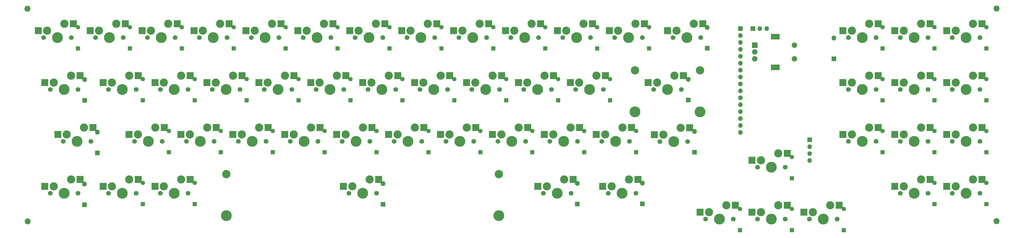
<source format=gbr>
G04 #@! TF.GenerationSoftware,KiCad,Pcbnew,7.0.1*
G04 #@! TF.CreationDate,2023-04-13T21:45:04-07:00*
G04 #@! TF.ProjectId,trashtruck.b,74726173-6874-4727-9563-6b2e622e6b69,rev?*
G04 #@! TF.SameCoordinates,Original*
G04 #@! TF.FileFunction,Soldermask,Bot*
G04 #@! TF.FilePolarity,Negative*
%FSLAX46Y46*%
G04 Gerber Fmt 4.6, Leading zero omitted, Abs format (unit mm)*
G04 Created by KiCad (PCBNEW 7.0.1) date 2023-04-13 21:45:04*
%MOMM*%
%LPD*%
G01*
G04 APERTURE LIST*
%ADD10C,1.750000*%
%ADD11C,3.000000*%
%ADD12C,3.987800*%
%ADD13R,2.550000X2.500000*%
%ADD14R,1.600000X1.600000*%
%ADD15C,1.600000*%
%ADD16R,1.800000X1.800000*%
%ADD17O,1.800000X1.800000*%
%ADD18R,1.700000X1.700000*%
%ADD19O,1.700000X1.700000*%
%ADD20C,2.200000*%
%ADD21C,3.048000*%
%ADD22R,2.000000X2.000000*%
%ADD23C,2.000000*%
%ADD24R,3.200000X2.000000*%
G04 APERTURE END LIST*
D10*
X286235000Y-199140000D03*
D11*
X287505000Y-196600000D03*
D12*
X291315000Y-199140000D03*
D11*
X293855000Y-194060000D03*
D10*
X296395000Y-199140000D03*
D13*
X284230000Y-196600000D03*
D14*
X298815000Y-203170000D03*
D13*
X297157000Y-194060000D03*
D15*
X298815000Y-195370000D03*
D16*
X144020000Y-241520000D03*
D17*
X144020000Y-233900000D03*
D16*
X148780000Y-222410000D03*
D17*
X148780000Y-214790000D03*
D10*
X305285000Y-199140000D03*
D11*
X306555000Y-196600000D03*
D12*
X310365000Y-199140000D03*
D11*
X312905000Y-194060000D03*
D10*
X315445000Y-199140000D03*
D13*
X303280000Y-196600000D03*
D14*
X317865000Y-203170000D03*
D13*
X316207000Y-194060000D03*
D15*
X317865000Y-195370000D03*
D18*
X410150000Y-217610000D03*
D19*
X410150000Y-220150000D03*
X410150000Y-222690000D03*
X410150000Y-225230000D03*
D10*
X443397500Y-180090000D03*
D11*
X444667500Y-177550000D03*
D12*
X448477500Y-180090000D03*
D11*
X451017500Y-175010000D03*
D10*
X453557500Y-180090000D03*
D13*
X441392500Y-177550000D03*
D14*
X455977500Y-184120000D03*
D13*
X454319500Y-175010000D03*
D15*
X455977500Y-176320000D03*
D18*
X389350000Y-176830000D03*
D19*
X391890000Y-176830000D03*
X394430000Y-176830000D03*
D10*
X424347500Y-218190000D03*
D11*
X425617500Y-215650000D03*
D12*
X429427500Y-218190000D03*
D11*
X431967500Y-213110000D03*
D10*
X434507500Y-218190000D03*
D13*
X422342500Y-215650000D03*
D14*
X436927500Y-222220000D03*
D13*
X435269500Y-213110000D03*
D15*
X436927500Y-214420000D03*
D10*
X148122500Y-180090000D03*
D11*
X149392500Y-177550000D03*
D12*
X153202500Y-180090000D03*
D11*
X155742500Y-175010000D03*
D10*
X158282500Y-180090000D03*
D13*
X146117500Y-177550000D03*
D14*
X160702500Y-184120000D03*
D13*
X159044500Y-175010000D03*
D15*
X160702500Y-176320000D03*
D18*
X384740000Y-176760000D03*
D19*
X384740000Y-179300000D03*
X384740000Y-181840000D03*
X384740000Y-184380000D03*
X384740000Y-186920000D03*
X384740000Y-189460000D03*
X384740000Y-192000000D03*
X384740000Y-194540000D03*
X384740000Y-197080000D03*
X384740000Y-199620000D03*
X384740000Y-202160000D03*
X384740000Y-204700000D03*
X384740000Y-207240000D03*
X384740000Y-209780000D03*
X384740000Y-212320000D03*
X384740000Y-214860000D03*
D10*
X167172500Y-180090000D03*
D11*
X168442500Y-177550000D03*
D12*
X172252500Y-180090000D03*
D11*
X174792500Y-175010000D03*
D10*
X177332500Y-180090000D03*
D13*
X165167500Y-177550000D03*
D14*
X179752500Y-184120000D03*
D13*
X178094500Y-175010000D03*
D15*
X179752500Y-176320000D03*
D16*
X348730000Y-241160000D03*
D17*
X348730000Y-233540000D03*
D10*
X136270000Y-218200000D03*
D11*
X137540000Y-215660000D03*
D12*
X141350000Y-218200000D03*
D11*
X143890000Y-213120000D03*
D10*
X146430000Y-218200000D03*
D13*
X134265000Y-215660000D03*
X147192000Y-213120000D03*
D10*
X152885000Y-237240000D03*
D11*
X154155000Y-234700000D03*
D12*
X157965000Y-237240000D03*
D11*
X160505000Y-232160000D03*
D10*
X163045000Y-237240000D03*
D13*
X150880000Y-234700000D03*
D14*
X165465000Y-241270000D03*
D13*
X163807000Y-232160000D03*
D15*
X165465000Y-233470000D03*
D10*
X171935000Y-199140000D03*
D11*
X173205000Y-196600000D03*
D12*
X177015000Y-199140000D03*
D11*
X179555000Y-194060000D03*
D10*
X182095000Y-199140000D03*
D13*
X169930000Y-196600000D03*
D14*
X184515000Y-203170000D03*
D13*
X182857000Y-194060000D03*
D15*
X184515000Y-195370000D03*
D10*
X462447500Y-237240000D03*
D11*
X463717500Y-234700000D03*
D12*
X467527500Y-237240000D03*
D11*
X470067500Y-232160000D03*
D10*
X472607500Y-237240000D03*
D13*
X460442500Y-234700000D03*
D14*
X475027500Y-241270000D03*
D13*
X473369500Y-232160000D03*
D15*
X475027500Y-233470000D03*
D10*
X462447500Y-199140000D03*
D11*
X463717500Y-196600000D03*
D12*
X467527500Y-199140000D03*
D11*
X470067500Y-194060000D03*
D10*
X472607500Y-199140000D03*
D13*
X460442500Y-196600000D03*
D14*
X475027500Y-203170000D03*
D13*
X473369500Y-194060000D03*
D15*
X475027500Y-195370000D03*
D10*
X360030000Y-180060000D03*
D11*
X361300000Y-177520000D03*
D12*
X365110000Y-180060000D03*
D11*
X367650000Y-174980000D03*
D10*
X370190000Y-180060000D03*
D13*
X358025000Y-177520000D03*
X370952000Y-174980000D03*
D10*
X224322500Y-180090000D03*
D11*
X225592500Y-177550000D03*
D12*
X229402500Y-180090000D03*
D11*
X231942500Y-175010000D03*
D10*
X234482500Y-180090000D03*
D13*
X222317500Y-177550000D03*
D14*
X236902500Y-184120000D03*
D13*
X235244500Y-175010000D03*
D15*
X236902500Y-176320000D03*
D10*
X410060000Y-246765000D03*
D11*
X411330000Y-244225000D03*
D12*
X415140000Y-246765000D03*
D11*
X417680000Y-241685000D03*
D10*
X420220000Y-246765000D03*
D13*
X408055000Y-244225000D03*
D14*
X422640000Y-250795000D03*
D13*
X420982000Y-241685000D03*
D15*
X422640000Y-242995000D03*
D10*
X171935000Y-237240000D03*
D11*
X173205000Y-234700000D03*
D12*
X177015000Y-237240000D03*
D11*
X179555000Y-232160000D03*
D10*
X182095000Y-237240000D03*
D13*
X169930000Y-234700000D03*
D14*
X184515000Y-241270000D03*
D13*
X182857000Y-232160000D03*
D15*
X184515000Y-233470000D03*
D10*
X338622500Y-180090000D03*
D11*
X339892500Y-177550000D03*
D12*
X343702500Y-180090000D03*
D11*
X346242500Y-175010000D03*
D10*
X348782500Y-180090000D03*
D13*
X336617500Y-177550000D03*
D14*
X351202500Y-184120000D03*
D13*
X349544500Y-175010000D03*
D15*
X351202500Y-176320000D03*
D20*
X478770000Y-247480000D03*
D10*
X257660000Y-218190000D03*
D11*
X258930000Y-215650000D03*
D12*
X262740000Y-218190000D03*
D11*
X265280000Y-213110000D03*
D10*
X267820000Y-218190000D03*
D13*
X255655000Y-215650000D03*
D14*
X270240000Y-222220000D03*
D13*
X268582000Y-213110000D03*
D15*
X270240000Y-214420000D03*
D10*
X355210000Y-218250000D03*
D11*
X356480000Y-215710000D03*
D12*
X360290000Y-218250000D03*
D11*
X362830000Y-213170000D03*
D10*
X365370000Y-218250000D03*
D13*
X353205000Y-215710000D03*
X366132000Y-213170000D03*
D10*
X281472500Y-180090000D03*
D11*
X282742500Y-177550000D03*
D12*
X286552500Y-180090000D03*
D11*
X289092500Y-175010000D03*
D10*
X291632500Y-180090000D03*
D13*
X279467500Y-177550000D03*
D14*
X294052500Y-184120000D03*
D13*
X292394500Y-175010000D03*
D15*
X294052500Y-176320000D03*
D10*
X131507500Y-199150000D03*
D11*
X132777500Y-196610000D03*
D12*
X136587500Y-199150000D03*
D11*
X139127500Y-194070000D03*
D10*
X141667500Y-199150000D03*
D13*
X129502500Y-196610000D03*
X142429500Y-194070000D03*
D10*
X324335000Y-199140000D03*
D11*
X325605000Y-196600000D03*
D12*
X329415000Y-199140000D03*
D11*
X331955000Y-194060000D03*
D10*
X334495000Y-199140000D03*
D13*
X322330000Y-196600000D03*
D14*
X336915000Y-203170000D03*
D13*
X335257000Y-194060000D03*
D15*
X336915000Y-195370000D03*
D10*
X391010000Y-227715000D03*
D11*
X392280000Y-225175000D03*
D12*
X396090000Y-227715000D03*
D11*
X398630000Y-222635000D03*
D10*
X401170000Y-227715000D03*
D13*
X389005000Y-225175000D03*
D14*
X403590000Y-231745000D03*
D13*
X401932000Y-222635000D03*
D15*
X403590000Y-223945000D03*
D21*
X196125100Y-230265000D03*
D12*
X196125100Y-245505000D03*
D10*
X241045000Y-237250000D03*
D11*
X242315000Y-234710000D03*
D12*
X246125000Y-237250000D03*
D11*
X248665000Y-232170000D03*
D10*
X251205000Y-237250000D03*
D21*
X296124900Y-230265000D03*
D12*
X296124900Y-245505000D03*
D13*
X239040000Y-234710000D03*
X251967000Y-232170000D03*
D20*
X123180000Y-247610000D03*
D10*
X333860000Y-218190000D03*
D11*
X335130000Y-215650000D03*
D12*
X338940000Y-218190000D03*
D11*
X341480000Y-213110000D03*
D10*
X344020000Y-218190000D03*
D13*
X331855000Y-215650000D03*
D14*
X346440000Y-222220000D03*
D13*
X344782000Y-213110000D03*
D15*
X346440000Y-214420000D03*
D10*
X210035000Y-199140000D03*
D11*
X211305000Y-196600000D03*
D12*
X215115000Y-199140000D03*
D11*
X217655000Y-194060000D03*
D10*
X220195000Y-199140000D03*
D13*
X208030000Y-196600000D03*
D14*
X222615000Y-203170000D03*
D13*
X220957000Y-194060000D03*
D15*
X222615000Y-195370000D03*
D21*
X346028250Y-192125000D03*
D12*
X346028250Y-207365000D03*
D10*
X352886250Y-199110000D03*
D11*
X354156250Y-196570000D03*
D12*
X357966250Y-199110000D03*
D11*
X360506250Y-194030000D03*
D10*
X363046250Y-199110000D03*
D21*
X369904250Y-192125000D03*
D12*
X369904250Y-207365000D03*
D13*
X350881250Y-196570000D03*
X363808250Y-194030000D03*
D16*
X324930000Y-241200000D03*
D17*
X324930000Y-233580000D03*
D10*
X424347500Y-180090000D03*
D11*
X425617500Y-177550000D03*
D12*
X429427500Y-180090000D03*
D11*
X431967500Y-175010000D03*
D10*
X434507500Y-180090000D03*
D13*
X422342500Y-177550000D03*
D14*
X436927500Y-184120000D03*
D13*
X435269500Y-175010000D03*
D15*
X436927500Y-176320000D03*
D10*
X443397500Y-218190000D03*
D11*
X444667500Y-215650000D03*
D12*
X448477500Y-218190000D03*
D11*
X451017500Y-213110000D03*
D10*
X453557500Y-218190000D03*
D13*
X441392500Y-215650000D03*
D14*
X455977500Y-222220000D03*
D13*
X454319500Y-213110000D03*
D15*
X455977500Y-214420000D03*
D10*
X295760000Y-218190000D03*
D11*
X297030000Y-215650000D03*
D12*
X300840000Y-218190000D03*
D11*
X303380000Y-213110000D03*
D10*
X305920000Y-218190000D03*
D13*
X293755000Y-215650000D03*
D14*
X308340000Y-222220000D03*
D13*
X306682000Y-213110000D03*
D15*
X308340000Y-214420000D03*
D10*
X267185000Y-199140000D03*
D11*
X268455000Y-196600000D03*
D12*
X272265000Y-199140000D03*
D11*
X274805000Y-194060000D03*
D10*
X277345000Y-199140000D03*
D13*
X265180000Y-196600000D03*
D14*
X279765000Y-203170000D03*
D13*
X278107000Y-194060000D03*
D15*
X279765000Y-195370000D03*
D10*
X181460000Y-218190000D03*
D11*
X182730000Y-215650000D03*
D12*
X186540000Y-218190000D03*
D11*
X189080000Y-213110000D03*
D10*
X191620000Y-218190000D03*
D13*
X179455000Y-215650000D03*
D14*
X194040000Y-222220000D03*
D13*
X192382000Y-213110000D03*
D15*
X194040000Y-214420000D03*
D10*
X219560000Y-218190000D03*
D11*
X220830000Y-215650000D03*
D12*
X224640000Y-218190000D03*
D11*
X227180000Y-213110000D03*
D10*
X229720000Y-218190000D03*
D13*
X217555000Y-215650000D03*
D14*
X232140000Y-222220000D03*
D13*
X230482000Y-213110000D03*
D15*
X232140000Y-214420000D03*
D22*
X390020000Y-182890000D03*
D23*
X390020000Y-187890000D03*
X390020000Y-185390000D03*
D24*
X397520000Y-179790000D03*
X397520000Y-190990000D03*
D23*
X404520000Y-187890000D03*
X404520000Y-182890000D03*
D10*
X205272500Y-180090000D03*
D11*
X206542500Y-177550000D03*
D12*
X210352500Y-180090000D03*
D11*
X212892500Y-175010000D03*
D10*
X215432500Y-180090000D03*
D13*
X203267500Y-177550000D03*
D14*
X217852500Y-184120000D03*
D13*
X216194500Y-175010000D03*
D15*
X217852500Y-176320000D03*
D16*
X144140000Y-203150000D03*
D17*
X144140000Y-195530000D03*
D10*
X243372500Y-180090000D03*
D11*
X244642500Y-177550000D03*
D12*
X248452500Y-180090000D03*
D11*
X250992500Y-175010000D03*
D10*
X253532500Y-180090000D03*
D13*
X241367500Y-177550000D03*
D14*
X255952500Y-184120000D03*
D13*
X254294500Y-175010000D03*
D15*
X255952500Y-176320000D03*
D16*
X365580000Y-203070000D03*
D17*
X365580000Y-195450000D03*
D10*
X312405000Y-237210000D03*
D11*
X313675000Y-234670000D03*
D12*
X317485000Y-237210000D03*
D11*
X320025000Y-232130000D03*
D10*
X322565000Y-237210000D03*
D13*
X310400000Y-234670000D03*
X323327000Y-232130000D03*
D10*
X443397500Y-199140000D03*
D11*
X444667500Y-196600000D03*
D12*
X448477500Y-199140000D03*
D11*
X451017500Y-194060000D03*
D10*
X453557500Y-199140000D03*
D13*
X441392500Y-196600000D03*
D14*
X455977500Y-203170000D03*
D13*
X454319500Y-194060000D03*
D15*
X455977500Y-195370000D03*
D10*
X300522500Y-180090000D03*
D11*
X301792500Y-177550000D03*
D12*
X305602500Y-180090000D03*
D11*
X308142500Y-175010000D03*
D10*
X310682500Y-180090000D03*
D13*
X298517500Y-177550000D03*
D14*
X313102500Y-184120000D03*
D13*
X311444500Y-175010000D03*
D15*
X313102500Y-176320000D03*
D16*
X367940000Y-222200000D03*
D17*
X367940000Y-214580000D03*
D10*
X319572500Y-180090000D03*
D11*
X320842500Y-177550000D03*
D12*
X324652500Y-180090000D03*
D11*
X327192500Y-175010000D03*
D10*
X329732500Y-180090000D03*
D13*
X317567500Y-177550000D03*
D14*
X332152500Y-184120000D03*
D13*
X330494500Y-175010000D03*
D15*
X332152500Y-176320000D03*
D10*
X462447500Y-218190000D03*
D11*
X463717500Y-215650000D03*
D12*
X467527500Y-218190000D03*
D11*
X470067500Y-213110000D03*
D10*
X472607500Y-218190000D03*
D13*
X460442500Y-215650000D03*
D14*
X475027500Y-222220000D03*
D13*
X473369500Y-213110000D03*
D15*
X475027500Y-214420000D03*
D20*
X478690000Y-169430000D03*
D10*
X391010000Y-246765000D03*
D11*
X392280000Y-244225000D03*
D12*
X396090000Y-246765000D03*
D11*
X398630000Y-241685000D03*
D10*
X401170000Y-246765000D03*
D13*
X389005000Y-244225000D03*
D14*
X403590000Y-250795000D03*
D13*
X401932000Y-241685000D03*
D15*
X403590000Y-242995000D03*
D10*
X371960000Y-246765000D03*
D11*
X373230000Y-244225000D03*
D12*
X377040000Y-246765000D03*
D11*
X379580000Y-241685000D03*
D10*
X382120000Y-246765000D03*
D13*
X369955000Y-244225000D03*
D14*
X384540000Y-250795000D03*
D13*
X382882000Y-241685000D03*
D15*
X384540000Y-242995000D03*
D10*
X314810000Y-218190000D03*
D11*
X316080000Y-215650000D03*
D12*
X319890000Y-218190000D03*
D11*
X322430000Y-213110000D03*
D10*
X324970000Y-218190000D03*
D13*
X312805000Y-215650000D03*
D14*
X327390000Y-222220000D03*
D13*
X325732000Y-213110000D03*
D15*
X327390000Y-214420000D03*
D10*
X462447500Y-180090000D03*
D11*
X463717500Y-177550000D03*
D12*
X467527500Y-180090000D03*
D11*
X470067500Y-175010000D03*
D10*
X472607500Y-180090000D03*
D13*
X460442500Y-177550000D03*
D14*
X475027500Y-184120000D03*
D13*
X473369500Y-175010000D03*
D15*
X475027500Y-176320000D03*
D10*
X229085000Y-199140000D03*
D11*
X230355000Y-196600000D03*
D12*
X234165000Y-199140000D03*
D11*
X236705000Y-194060000D03*
D10*
X239245000Y-199140000D03*
D13*
X227080000Y-196600000D03*
D14*
X241665000Y-203170000D03*
D13*
X240007000Y-194060000D03*
D15*
X241665000Y-195370000D03*
D10*
X238610000Y-218190000D03*
D11*
X239880000Y-215650000D03*
D12*
X243690000Y-218190000D03*
D11*
X246230000Y-213110000D03*
D10*
X248770000Y-218190000D03*
D13*
X236605000Y-215650000D03*
D14*
X251190000Y-222220000D03*
D13*
X249532000Y-213110000D03*
D15*
X251190000Y-214420000D03*
D20*
X123100000Y-169560000D03*
D10*
X162410000Y-218190000D03*
D11*
X163680000Y-215650000D03*
D12*
X167490000Y-218190000D03*
D11*
X170030000Y-213110000D03*
D10*
X172570000Y-218190000D03*
D13*
X160405000Y-215650000D03*
D14*
X174990000Y-222220000D03*
D13*
X173332000Y-213110000D03*
D15*
X174990000Y-214420000D03*
D10*
X186222500Y-180090000D03*
D11*
X187492500Y-177550000D03*
D12*
X191302500Y-180090000D03*
D11*
X193842500Y-175010000D03*
D10*
X196382500Y-180090000D03*
D13*
X184217500Y-177550000D03*
D14*
X198802500Y-184120000D03*
D13*
X197144500Y-175010000D03*
D15*
X198802500Y-176320000D03*
D10*
X200510000Y-218190000D03*
D11*
X201780000Y-215650000D03*
D12*
X205590000Y-218190000D03*
D11*
X208130000Y-213110000D03*
D10*
X210670000Y-218190000D03*
D13*
X198505000Y-215650000D03*
D14*
X213090000Y-222220000D03*
D13*
X211432000Y-213110000D03*
D15*
X213090000Y-214420000D03*
D10*
X248135000Y-199140000D03*
D11*
X249405000Y-196600000D03*
D12*
X253215000Y-199140000D03*
D11*
X255755000Y-194060000D03*
D10*
X258295000Y-199140000D03*
D13*
X246130000Y-196600000D03*
D14*
X260715000Y-203170000D03*
D13*
X259057000Y-194060000D03*
D15*
X260715000Y-195370000D03*
D10*
X129072500Y-180090000D03*
D11*
X130342500Y-177550000D03*
D12*
X134152500Y-180090000D03*
D11*
X136692500Y-175010000D03*
D10*
X139232500Y-180090000D03*
D13*
X127067500Y-177550000D03*
D14*
X141652500Y-184120000D03*
D13*
X139994500Y-175010000D03*
D15*
X141652500Y-176320000D03*
D10*
X424347500Y-199140000D03*
D11*
X425617500Y-196600000D03*
D12*
X429427500Y-199140000D03*
D11*
X431967500Y-194060000D03*
D10*
X434507500Y-199140000D03*
D13*
X422342500Y-196600000D03*
D14*
X436927500Y-203170000D03*
D13*
X435269500Y-194060000D03*
D15*
X436927500Y-195370000D03*
D10*
X276710000Y-218190000D03*
D11*
X277980000Y-215650000D03*
D12*
X281790000Y-218190000D03*
D11*
X284330000Y-213110000D03*
D10*
X286870000Y-218190000D03*
D13*
X274705000Y-215650000D03*
D14*
X289290000Y-222220000D03*
D13*
X287632000Y-213110000D03*
D15*
X289290000Y-214420000D03*
D10*
X336217500Y-237210000D03*
D11*
X337487500Y-234670000D03*
D12*
X341297500Y-237210000D03*
D11*
X343837500Y-232130000D03*
D10*
X346377500Y-237210000D03*
D13*
X334212500Y-234670000D03*
X347139500Y-232130000D03*
D16*
X253590000Y-241340000D03*
D17*
X253590000Y-233720000D03*
D10*
X152885000Y-199140000D03*
D11*
X154155000Y-196600000D03*
D12*
X157965000Y-199140000D03*
D11*
X160505000Y-194060000D03*
D10*
X163045000Y-199140000D03*
D13*
X150880000Y-196600000D03*
D14*
X165465000Y-203170000D03*
D13*
X163807000Y-194060000D03*
D15*
X165465000Y-195370000D03*
D16*
X419050000Y-187870000D03*
D17*
X419050000Y-180250000D03*
D10*
X190985000Y-199140000D03*
D11*
X192255000Y-196600000D03*
D12*
X196065000Y-199140000D03*
D11*
X198605000Y-194060000D03*
D10*
X201145000Y-199140000D03*
D13*
X188980000Y-196600000D03*
D14*
X203565000Y-203170000D03*
D13*
X201907000Y-194060000D03*
D15*
X203565000Y-195370000D03*
D10*
X131507500Y-237250000D03*
D11*
X132777500Y-234710000D03*
D12*
X136587500Y-237250000D03*
D11*
X139127500Y-232170000D03*
D10*
X141667500Y-237250000D03*
D13*
X129502500Y-234710000D03*
X142429500Y-232170000D03*
D10*
X262422500Y-180090000D03*
D11*
X263692500Y-177550000D03*
D12*
X267502500Y-180090000D03*
D11*
X270042500Y-175010000D03*
D10*
X272582500Y-180090000D03*
D13*
X260417500Y-177550000D03*
D14*
X275002500Y-184120000D03*
D13*
X273344500Y-175010000D03*
D15*
X275002500Y-176320000D03*
D16*
X372540000Y-184030000D03*
D17*
X372540000Y-176410000D03*
D10*
X443397500Y-237240000D03*
D11*
X444667500Y-234700000D03*
D12*
X448477500Y-237240000D03*
D11*
X451017500Y-232160000D03*
D10*
X453557500Y-237240000D03*
D13*
X441392500Y-234700000D03*
D14*
X455977500Y-241270000D03*
D13*
X454319500Y-232160000D03*
D15*
X455977500Y-233470000D03*
M02*

</source>
